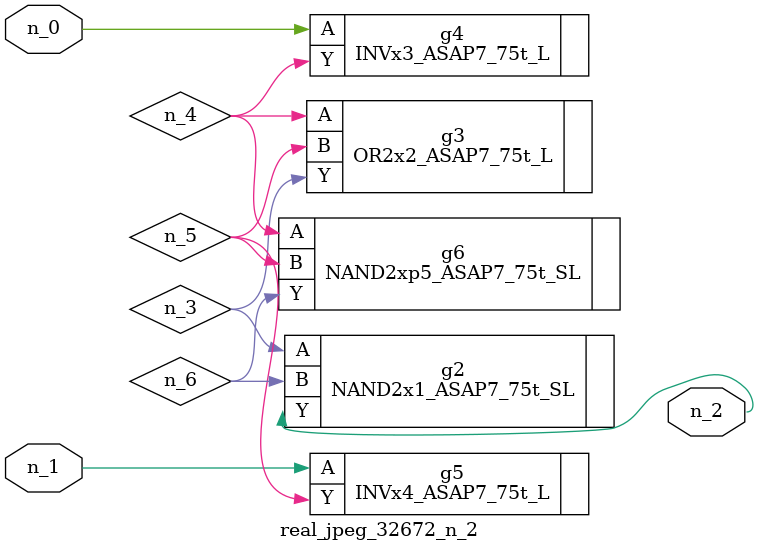
<source format=v>
module real_jpeg_32672_n_2 (n_1, n_0, n_2);

input n_1;
input n_0;

output n_2;

wire n_5;
wire n_4;
wire n_6;
wire n_3;

INVx3_ASAP7_75t_L g4 ( 
.A(n_0),
.Y(n_4)
);

INVx4_ASAP7_75t_L g5 ( 
.A(n_1),
.Y(n_5)
);

NAND2x1_ASAP7_75t_SL g2 ( 
.A(n_3),
.B(n_6),
.Y(n_2)
);

OR2x2_ASAP7_75t_L g3 ( 
.A(n_4),
.B(n_5),
.Y(n_3)
);

NAND2xp5_ASAP7_75t_SL g6 ( 
.A(n_4),
.B(n_5),
.Y(n_6)
);


endmodule
</source>
